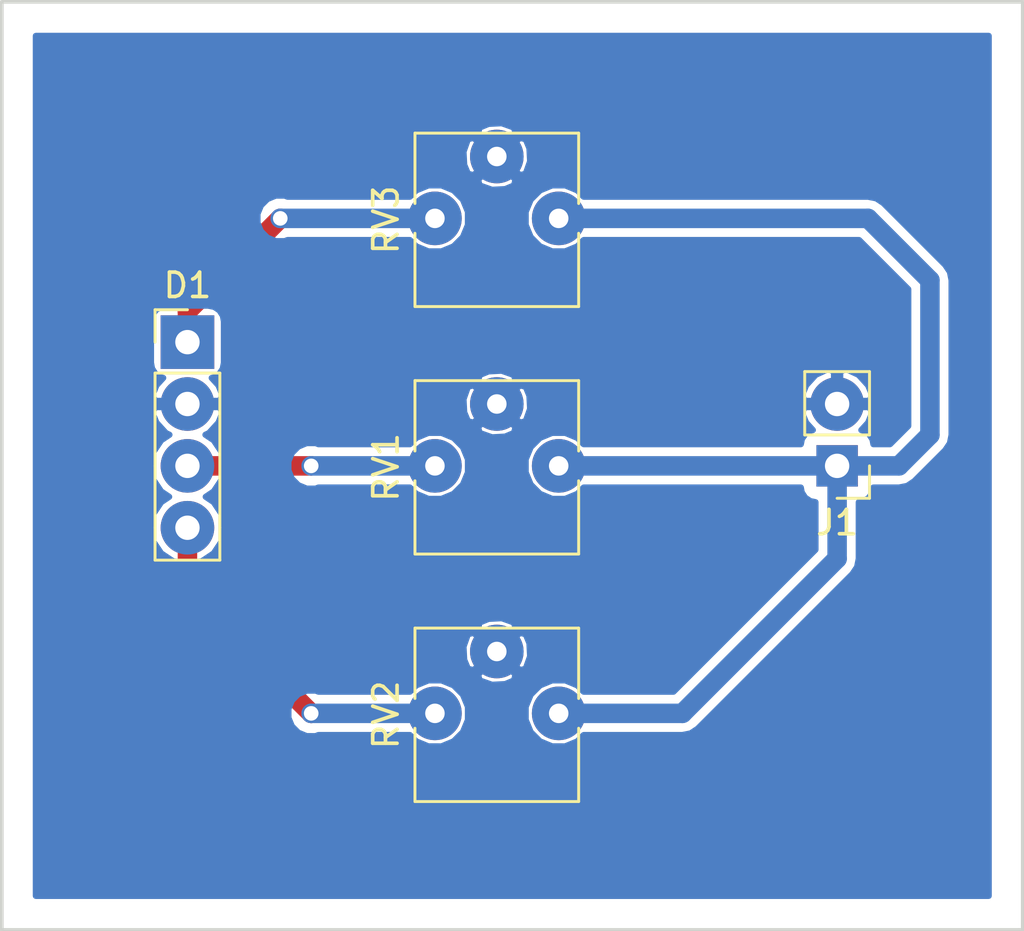
<source format=kicad_pcb>
(kicad_pcb (version 4) (host pcbnew 4.0.7)

  (general
    (links 10)
    (no_connects 0)
    (area 109.144999 82.474999 151.205001 120.725001)
    (thickness 1.6)
    (drawings 4)
    (tracks 20)
    (zones 0)
    (modules 5)
    (nets 6)
  )

  (page A4)
  (layers
    (0 F.Cu signal)
    (31 B.Cu signal)
    (32 B.Adhes user)
    (33 F.Adhes user)
    (34 B.Paste user)
    (35 F.Paste user)
    (36 B.SilkS user)
    (37 F.SilkS user)
    (38 B.Mask user)
    (39 F.Mask user)
    (40 Dwgs.User user)
    (41 Cmts.User user)
    (42 Eco1.User user)
    (43 Eco2.User user)
    (44 Edge.Cuts user)
    (45 Margin user)
    (46 B.CrtYd user)
    (47 F.CrtYd user)
    (48 B.Fab user)
    (49 F.Fab user)
  )

  (setup
    (last_trace_width 0.8)
    (trace_clearance 0.2)
    (zone_clearance 0.508)
    (zone_45_only no)
    (trace_min 0.2)
    (segment_width 0.2)
    (edge_width 0.15)
    (via_size 0.8)
    (via_drill 0.6)
    (via_min_size 0.508)
    (via_min_drill 0.3)
    (user_via 2.032 1.016)
    (uvia_size 0.3)
    (uvia_drill 0.1)
    (uvias_allowed no)
    (uvia_min_size 0.2)
    (uvia_min_drill 0.1)
    (pcb_text_width 0.3)
    (pcb_text_size 1.5 1.5)
    (mod_edge_width 0.15)
    (mod_text_size 1 1)
    (mod_text_width 0.15)
    (pad_size 2.2 2.2)
    (pad_drill 1)
    (pad_to_mask_clearance 0.2)
    (aux_axis_origin 0 0)
    (visible_elements 7FFFFFFF)
    (pcbplotparams
      (layerselection 0x01030_80000001)
      (usegerberextensions false)
      (excludeedgelayer true)
      (linewidth 0.100000)
      (plotframeref false)
      (viasonmask false)
      (mode 1)
      (useauxorigin false)
      (hpglpennumber 1)
      (hpglpenspeed 20)
      (hpglpendiameter 15)
      (hpglpenoverlay 2)
      (psnegative false)
      (psa4output false)
      (plotreference true)
      (plotvalue true)
      (plotinvisibletext false)
      (padsonsilk false)
      (subtractmaskfromsilk false)
      (outputformat 1)
      (mirror false)
      (drillshape 0)
      (scaleselection 1)
      (outputdirectory ./))
  )

  (net 0 "")
  (net 1 "Net-(D1-Pad1)")
  (net 2 Ground)
  (net 3 "Net-(D1-Pad3)")
  (net 4 "Net-(D1-Pad4)")
  (net 5 "Net-(J1-Pad1)")

  (net_class Default "This is the default net class."
    (clearance 0.2)
    (trace_width 0.8)
    (via_dia 0.8)
    (via_drill 0.6)
    (uvia_dia 0.3)
    (uvia_drill 0.1)
    (add_net Ground)
    (add_net "Net-(D1-Pad1)")
    (add_net "Net-(D1-Pad3)")
    (add_net "Net-(D1-Pad4)")
    (add_net "Net-(J1-Pad1)")
  )

  (module Pin_Headers:Pin_Header_Straight_1x04_Pitch2.54mm (layer F.Cu) (tedit 5C5A28B0) (tstamp 5C3DFFA2)
    (at 116.84 96.52)
    (descr "Through hole straight pin header, 1x04, 2.54mm pitch, single row")
    (tags "Through hole pin header THT 1x04 2.54mm single row")
    (path /5C3E01C7)
    (fp_text reference D1 (at 0 -2.33) (layer F.SilkS)
      (effects (font (size 1 1) (thickness 0.15)))
    )
    (fp_text value LED_RABG (at 0 9.95) (layer F.Fab)
      (effects (font (size 1 1) (thickness 0.15)))
    )
    (fp_line (start -0.635 -1.27) (end 1.27 -1.27) (layer F.Fab) (width 0.1))
    (fp_line (start 1.27 -1.27) (end 1.27 8.89) (layer F.Fab) (width 0.1))
    (fp_line (start 1.27 8.89) (end -1.27 8.89) (layer F.Fab) (width 0.1))
    (fp_line (start -1.27 8.89) (end -1.27 -0.635) (layer F.Fab) (width 0.1))
    (fp_line (start -1.27 -0.635) (end -0.635 -1.27) (layer F.Fab) (width 0.1))
    (fp_line (start -1.33 8.95) (end 1.33 8.95) (layer F.SilkS) (width 0.12))
    (fp_line (start -1.33 1.27) (end -1.33 8.95) (layer F.SilkS) (width 0.12))
    (fp_line (start 1.33 1.27) (end 1.33 8.95) (layer F.SilkS) (width 0.12))
    (fp_line (start -1.33 1.27) (end 1.33 1.27) (layer F.SilkS) (width 0.12))
    (fp_line (start -1.33 0) (end -1.33 -1.33) (layer F.SilkS) (width 0.12))
    (fp_line (start -1.33 -1.33) (end 0 -1.33) (layer F.SilkS) (width 0.12))
    (fp_line (start -1.8 -1.8) (end -1.8 9.4) (layer F.CrtYd) (width 0.05))
    (fp_line (start -1.8 9.4) (end 1.8 9.4) (layer F.CrtYd) (width 0.05))
    (fp_line (start 1.8 9.4) (end 1.8 -1.8) (layer F.CrtYd) (width 0.05))
    (fp_line (start 1.8 -1.8) (end -1.8 -1.8) (layer F.CrtYd) (width 0.05))
    (fp_text user %R (at 0 3.81 90) (layer F.Fab)
      (effects (font (size 1 1) (thickness 0.15)))
    )
    (pad 1 thru_hole rect (at 0 0) (size 2.2 2.2) (drill 1) (layers *.Cu *.Mask)
      (net 1 "Net-(D1-Pad1)"))
    (pad 2 thru_hole circle (at 0 2.54) (size 2.2 2.2) (drill 1) (layers *.Cu *.Mask)
      (net 2 Ground))
    (pad 3 thru_hole circle (at 0 5.08) (size 2.2 2.2) (drill 1) (layers *.Cu *.Mask)
      (net 3 "Net-(D1-Pad3)"))
    (pad 4 thru_hole circle (at 0 7.62) (size 2.2 2.2) (drill 1) (layers *.Cu *.Mask)
      (net 4 "Net-(D1-Pad4)"))
    (model ${KISYS3DMOD}/Pin_Headers.3dshapes/Pin_Header_Straight_1x04_Pitch2.54mm.wrl
      (at (xyz 0 0 0))
      (scale (xyz 1 1 1))
      (rotate (xyz 0 0 0))
    )
  )

  (module Pin_Headers:Pin_Header_Straight_1x02_Pitch2.54mm (layer F.Cu) (tedit 5C5A28C8) (tstamp 5C3DFFA8)
    (at 143.51 101.6 180)
    (descr "Through hole straight pin header, 1x02, 2.54mm pitch, single row")
    (tags "Through hole pin header THT 1x02 2.54mm single row")
    (path /5C3DFFCD)
    (fp_text reference J1 (at 0 -2.33 180) (layer F.SilkS)
      (effects (font (size 1 1) (thickness 0.15)))
    )
    (fp_text value Conn_01x02 (at 0 4.87 180) (layer F.Fab)
      (effects (font (size 1 1) (thickness 0.15)))
    )
    (fp_line (start -0.635 -1.27) (end 1.27 -1.27) (layer F.Fab) (width 0.1))
    (fp_line (start 1.27 -1.27) (end 1.27 3.81) (layer F.Fab) (width 0.1))
    (fp_line (start 1.27 3.81) (end -1.27 3.81) (layer F.Fab) (width 0.1))
    (fp_line (start -1.27 3.81) (end -1.27 -0.635) (layer F.Fab) (width 0.1))
    (fp_line (start -1.27 -0.635) (end -0.635 -1.27) (layer F.Fab) (width 0.1))
    (fp_line (start -1.33 3.87) (end 1.33 3.87) (layer F.SilkS) (width 0.12))
    (fp_line (start -1.33 1.27) (end -1.33 3.87) (layer F.SilkS) (width 0.12))
    (fp_line (start 1.33 1.27) (end 1.33 3.87) (layer F.SilkS) (width 0.12))
    (fp_line (start -1.33 1.27) (end 1.33 1.27) (layer F.SilkS) (width 0.12))
    (fp_line (start -1.33 0) (end -1.33 -1.33) (layer F.SilkS) (width 0.12))
    (fp_line (start -1.33 -1.33) (end 0 -1.33) (layer F.SilkS) (width 0.12))
    (fp_line (start -1.8 -1.8) (end -1.8 4.35) (layer F.CrtYd) (width 0.05))
    (fp_line (start -1.8 4.35) (end 1.8 4.35) (layer F.CrtYd) (width 0.05))
    (fp_line (start 1.8 4.35) (end 1.8 -1.8) (layer F.CrtYd) (width 0.05))
    (fp_line (start 1.8 -1.8) (end -1.8 -1.8) (layer F.CrtYd) (width 0.05))
    (fp_text user %R (at 0 1.27 270) (layer F.Fab)
      (effects (font (size 1 1) (thickness 0.15)))
    )
    (pad 1 thru_hole rect (at 0 0 180) (size 1.7 1.7) (drill 1) (layers *.Cu *.Mask)
      (net 5 "Net-(J1-Pad1)"))
    (pad 2 thru_hole circle (at 0 2.54 180) (size 2.2 2.2) (drill 1) (layers *.Cu *.Mask)
      (net 2 Ground))
    (model ${KISYS3DMOD}/Pin_Headers.3dshapes/Pin_Header_Straight_1x02_Pitch2.54mm.wrl
      (at (xyz 0 0 0))
      (scale (xyz 1 1 1))
      (rotate (xyz 0 0 0))
    )
  )

  (module Potentiometers:Potentiometer_Trimmer_Vishay_T73YP_Horizontal (layer F.Cu) (tedit 5C5A286C) (tstamp 5C3DFFAF)
    (at 132.08 101.6 90)
    (descr "Potentiometer, horizontally mounted, Omeg PC16PU, Omeg PC16PU, Omeg PC16PU, Vishay/Spectrol 248GJ/249GJ Single, Vishay/Spectrol 248GJ/249GJ Single, Vishay/Spectrol 248GJ/249GJ Single, Vishay/Spectrol 248GH/249GH Single, Vishay/Spectrol 148/149 Single, Vishay/Spectrol 148/149 Single, Vishay/Spectrol 148/149 Single, Vishay/Spectrol 148A/149A Single with mounting plates, Vishay/Spectrol 148/149 Double, Vishay/Spectrol 148A/149A Double with mounting plates, Piher PC-16 Single, Piher PC-16 Single, Piher PC-16 Single, Piher PC-16SV Single, Piher PC-16 Double, Piher PC-16 Triple, Piher T16H Single, Piher T16L Single, Piher T16H Double, Alps RK163 Single, Alps RK163 Double, Alps RK097 Single, Alps RK097 Double, Bourns PTV09A-2 Single with mounting sleve Single, Bourns PTV09A-1 with mounting sleve Single, Bourns PRS11S Single, Alps RK09K Single with mounting sleve Single, Alps RK09K with mounting sleve Single, Alps RK09L Single, Alps RK09L Single, Alps RK09L Double, Alps RK09L Double, Alps RK09Y Single, Bourns 3339S Single, Bourns 3339S Single, Bourns 3339P Single, Bourns 3339H Single, Vishay T7YA Single, Suntan TSR-3386H Single, Suntan TSR-3386H Single, Suntan TSR-3386P Single, Vishay T73XX Single, Vishay T73XX Single, Vishay T73YP Single, http://www.vishay.com/docs/51016/t73.pdf")
    (tags "Potentiometer horizontal  Omeg PC16PU  Omeg PC16PU  Omeg PC16PU  Vishay/Spectrol 248GJ/249GJ Single  Vishay/Spectrol 248GJ/249GJ Single  Vishay/Spectrol 248GJ/249GJ Single  Vishay/Spectrol 248GH/249GH Single  Vishay/Spectrol 148/149 Single  Vishay/Spectrol 148/149 Single  Vishay/Spectrol 148/149 Single  Vishay/Spectrol 148A/149A Single with mounting plates  Vishay/Spectrol 148/149 Double  Vishay/Spectrol 148A/149A Double with mounting plates  Piher PC-16 Single  Piher PC-16 Single  Piher PC-16 Single  Piher PC-16SV Single  Piher PC-16 Double  Piher PC-16 Triple  Piher T16H Single  Piher T16L Single  Piher T16H Double  Alps RK163 Single  Alps RK163 Double  Alps RK097 Single  Alps RK097 Double  Bourns PTV09A-2 Single with mounting sleve Single  Bourns PTV09A-1 with mounting sleve Single  Bourns PRS11S Single  Alps RK09K Single with mounting sleve Single  Alps RK09K with mounting sleve Single  Alps RK09L Single  Alps RK09L Single  Alps RK09L Double  Alps RK09L Double  Alps RK09Y Single  Bourns 3339S Single  Bourns 3339S Single  Bourns 3339P Single  Bourns 3339H Single  Vishay T7YA Single  Suntan TSR-3386H Single  Suntan TSR-3386H Single  Suntan TSR-3386P Single  Vishay T73XX Single  Vishay T73XX Single  Vishay T73YP Single")
    (path /5C3E0009)
    (fp_text reference RV1 (at -0.06 -7.09 90) (layer F.SilkS)
      (effects (font (size 1 1) (thickness 0.15)))
    )
    (fp_text value POT (at -0.06 2.01 90) (layer F.Fab)
      (effects (font (size 1 1) (thickness 0.15)))
    )
    (fp_circle (center 0.24 -2.54) (end 1.74 -2.54) (layer F.Fab) (width 0.1))
    (fp_circle (center 0.24 -2.54) (end 1.74 -2.54) (layer F.Fab) (width 0.1))
    (fp_line (start -3.56 -5.84) (end -3.56 0.76) (layer F.Fab) (width 0.1))
    (fp_line (start -3.56 0.76) (end 3.44 0.76) (layer F.Fab) (width 0.1))
    (fp_line (start 3.44 0.76) (end 3.44 -5.84) (layer F.Fab) (width 0.1))
    (fp_line (start 3.44 -5.84) (end -3.56 -5.84) (layer F.Fab) (width 0.1))
    (fp_line (start -0.961 -2.616) (end 0.164 -2.616) (layer F.Fab) (width 0.1))
    (fp_line (start 0.164 -2.616) (end 0.164 -3.741) (layer F.Fab) (width 0.1))
    (fp_line (start 0.164 -3.741) (end 0.316 -3.741) (layer F.Fab) (width 0.1))
    (fp_line (start 0.316 -3.741) (end 0.316 -2.616) (layer F.Fab) (width 0.1))
    (fp_line (start 0.316 -2.616) (end 1.441 -2.616) (layer F.Fab) (width 0.1))
    (fp_line (start 1.441 -2.616) (end 1.441 -2.464) (layer F.Fab) (width 0.1))
    (fp_line (start 1.441 -2.464) (end 0.316 -2.464) (layer F.Fab) (width 0.1))
    (fp_line (start 0.316 -2.464) (end 0.316 -1.339) (layer F.Fab) (width 0.1))
    (fp_line (start 0.316 -1.339) (end 0.164 -1.339) (layer F.Fab) (width 0.1))
    (fp_line (start 0.164 -1.339) (end 0.164 -2.464) (layer F.Fab) (width 0.1))
    (fp_line (start 0.164 -2.464) (end -0.961 -2.464) (layer F.Fab) (width 0.1))
    (fp_line (start -0.961 -2.464) (end -0.961 -2.616) (layer F.Fab) (width 0.1))
    (fp_line (start -3.62 -5.9) (end -0.611 -5.9) (layer F.SilkS) (width 0.12))
    (fp_line (start 0.611 -5.9) (end 3.5 -5.9) (layer F.SilkS) (width 0.12))
    (fp_line (start -3.62 0.82) (end -0.611 0.82) (layer F.SilkS) (width 0.12))
    (fp_line (start 0.611 0.82) (end 3.5 0.82) (layer F.SilkS) (width 0.12))
    (fp_line (start -3.62 -5.9) (end -3.62 0.82) (layer F.SilkS) (width 0.12))
    (fp_line (start 3.5 -5.9) (end 3.5 0.82) (layer F.SilkS) (width 0.12))
    (fp_line (start -3.85 -6.1) (end -3.85 1.05) (layer F.CrtYd) (width 0.05))
    (fp_line (start -3.85 1.05) (end 3.7 1.05) (layer F.CrtYd) (width 0.05))
    (fp_line (start 3.7 1.05) (end 3.7 -6.1) (layer F.CrtYd) (width 0.05))
    (fp_line (start 3.7 -6.1) (end -3.85 -6.1) (layer F.CrtYd) (width 0.05))
    (pad 3 thru_hole circle (at 0 -5.08 90) (size 2.2 2.2) (drill 0.8) (layers *.Cu *.Mask)
      (net 3 "Net-(D1-Pad3)"))
    (pad 2 thru_hole circle (at 2.54 -2.54 90) (size 2.2 2.2) (drill 0.8) (layers *.Cu *.Mask)
      (net 2 Ground))
    (pad 1 thru_hole circle (at 0 0 90) (size 2.2 2.2) (drill 0.8) (layers *.Cu *.Mask)
      (net 5 "Net-(J1-Pad1)"))
    (model Potentiometers.3dshapes/Potentiometer_Trimmer_Vishay_T73YP_Horizontal.wrl
      (at (xyz 0 0 0))
      (scale (xyz 0.393701 0.393701 0.393701))
      (rotate (xyz 0 0 0))
    )
  )

  (module Potentiometers:Potentiometer_Trimmer_Vishay_T73YP_Horizontal (layer F.Cu) (tedit 58826B09) (tstamp 5C3DFFB6)
    (at 132.08 111.76 90)
    (descr "Potentiometer, horizontally mounted, Omeg PC16PU, Omeg PC16PU, Omeg PC16PU, Vishay/Spectrol 248GJ/249GJ Single, Vishay/Spectrol 248GJ/249GJ Single, Vishay/Spectrol 248GJ/249GJ Single, Vishay/Spectrol 248GH/249GH Single, Vishay/Spectrol 148/149 Single, Vishay/Spectrol 148/149 Single, Vishay/Spectrol 148/149 Single, Vishay/Spectrol 148A/149A Single with mounting plates, Vishay/Spectrol 148/149 Double, Vishay/Spectrol 148A/149A Double with mounting plates, Piher PC-16 Single, Piher PC-16 Single, Piher PC-16 Single, Piher PC-16SV Single, Piher PC-16 Double, Piher PC-16 Triple, Piher T16H Single, Piher T16L Single, Piher T16H Double, Alps RK163 Single, Alps RK163 Double, Alps RK097 Single, Alps RK097 Double, Bourns PTV09A-2 Single with mounting sleve Single, Bourns PTV09A-1 with mounting sleve Single, Bourns PRS11S Single, Alps RK09K Single with mounting sleve Single, Alps RK09K with mounting sleve Single, Alps RK09L Single, Alps RK09L Single, Alps RK09L Double, Alps RK09L Double, Alps RK09Y Single, Bourns 3339S Single, Bourns 3339S Single, Bourns 3339P Single, Bourns 3339H Single, Vishay T7YA Single, Suntan TSR-3386H Single, Suntan TSR-3386H Single, Suntan TSR-3386P Single, Vishay T73XX Single, Vishay T73XX Single, Vishay T73YP Single, http://www.vishay.com/docs/51016/t73.pdf")
    (tags "Potentiometer horizontal  Omeg PC16PU  Omeg PC16PU  Omeg PC16PU  Vishay/Spectrol 248GJ/249GJ Single  Vishay/Spectrol 248GJ/249GJ Single  Vishay/Spectrol 248GJ/249GJ Single  Vishay/Spectrol 248GH/249GH Single  Vishay/Spectrol 148/149 Single  Vishay/Spectrol 148/149 Single  Vishay/Spectrol 148/149 Single  Vishay/Spectrol 148A/149A Single with mounting plates  Vishay/Spectrol 148/149 Double  Vishay/Spectrol 148A/149A Double with mounting plates  Piher PC-16 Single  Piher PC-16 Single  Piher PC-16 Single  Piher PC-16SV Single  Piher PC-16 Double  Piher PC-16 Triple  Piher T16H Single  Piher T16L Single  Piher T16H Double  Alps RK163 Single  Alps RK163 Double  Alps RK097 Single  Alps RK097 Double  Bourns PTV09A-2 Single with mounting sleve Single  Bourns PTV09A-1 with mounting sleve Single  Bourns PRS11S Single  Alps RK09K Single with mounting sleve Single  Alps RK09K with mounting sleve Single  Alps RK09L Single  Alps RK09L Single  Alps RK09L Double  Alps RK09L Double  Alps RK09Y Single  Bourns 3339S Single  Bourns 3339S Single  Bourns 3339P Single  Bourns 3339H Single  Vishay T7YA Single  Suntan TSR-3386H Single  Suntan TSR-3386H Single  Suntan TSR-3386P Single  Vishay T73XX Single  Vishay T73XX Single  Vishay T73YP Single")
    (path /5C3E003A)
    (fp_text reference RV2 (at -0.06 -7.09 90) (layer F.SilkS)
      (effects (font (size 1 1) (thickness 0.15)))
    )
    (fp_text value POT (at -0.06 2.01 90) (layer F.Fab)
      (effects (font (size 1 1) (thickness 0.15)))
    )
    (fp_circle (center 0.24 -2.54) (end 1.74 -2.54) (layer F.Fab) (width 0.1))
    (fp_circle (center 0.24 -2.54) (end 1.74 -2.54) (layer F.Fab) (width 0.1))
    (fp_line (start -3.56 -5.84) (end -3.56 0.76) (layer F.Fab) (width 0.1))
    (fp_line (start -3.56 0.76) (end 3.44 0.76) (layer F.Fab) (width 0.1))
    (fp_line (start 3.44 0.76) (end 3.44 -5.84) (layer F.Fab) (width 0.1))
    (fp_line (start 3.44 -5.84) (end -3.56 -5.84) (layer F.Fab) (width 0.1))
    (fp_line (start -0.961 -2.616) (end 0.164 -2.616) (layer F.Fab) (width 0.1))
    (fp_line (start 0.164 -2.616) (end 0.164 -3.741) (layer F.Fab) (width 0.1))
    (fp_line (start 0.164 -3.741) (end 0.316 -3.741) (layer F.Fab) (width 0.1))
    (fp_line (start 0.316 -3.741) (end 0.316 -2.616) (layer F.Fab) (width 0.1))
    (fp_line (start 0.316 -2.616) (end 1.441 -2.616) (layer F.Fab) (width 0.1))
    (fp_line (start 1.441 -2.616) (end 1.441 -2.464) (layer F.Fab) (width 0.1))
    (fp_line (start 1.441 -2.464) (end 0.316 -2.464) (layer F.Fab) (width 0.1))
    (fp_line (start 0.316 -2.464) (end 0.316 -1.339) (layer F.Fab) (width 0.1))
    (fp_line (start 0.316 -1.339) (end 0.164 -1.339) (layer F.Fab) (width 0.1))
    (fp_line (start 0.164 -1.339) (end 0.164 -2.464) (layer F.Fab) (width 0.1))
    (fp_line (start 0.164 -2.464) (end -0.961 -2.464) (layer F.Fab) (width 0.1))
    (fp_line (start -0.961 -2.464) (end -0.961 -2.616) (layer F.Fab) (width 0.1))
    (fp_line (start -3.62 -5.9) (end -0.611 -5.9) (layer F.SilkS) (width 0.12))
    (fp_line (start 0.611 -5.9) (end 3.5 -5.9) (layer F.SilkS) (width 0.12))
    (fp_line (start -3.62 0.82) (end -0.611 0.82) (layer F.SilkS) (width 0.12))
    (fp_line (start 0.611 0.82) (end 3.5 0.82) (layer F.SilkS) (width 0.12))
    (fp_line (start -3.62 -5.9) (end -3.62 0.82) (layer F.SilkS) (width 0.12))
    (fp_line (start 3.5 -5.9) (end 3.5 0.82) (layer F.SilkS) (width 0.12))
    (fp_line (start -3.85 -6.1) (end -3.85 1.05) (layer F.CrtYd) (width 0.05))
    (fp_line (start -3.85 1.05) (end 3.7 1.05) (layer F.CrtYd) (width 0.05))
    (fp_line (start 3.7 1.05) (end 3.7 -6.1) (layer F.CrtYd) (width 0.05))
    (fp_line (start 3.7 -6.1) (end -3.85 -6.1) (layer F.CrtYd) (width 0.05))
    (pad 3 thru_hole circle (at 0 -5.08 90) (size 2.2 2.2) (drill 0.8) (layers *.Cu *.Mask)
      (net 4 "Net-(D1-Pad4)"))
    (pad 2 thru_hole circle (at 2.54 -2.54 90) (size 2.2 2.2) (drill 0.8) (layers *.Cu *.Mask)
      (net 2 Ground))
    (pad 1 thru_hole circle (at 0 0 90) (size 2.2 2.2) (drill 0.8) (layers *.Cu *.Mask)
      (net 5 "Net-(J1-Pad1)"))
    (model Potentiometers.3dshapes/Potentiometer_Trimmer_Vishay_T73YP_Horizontal.wrl
      (at (xyz 0 0 0))
      (scale (xyz 0.393701 0.393701 0.393701))
      (rotate (xyz 0 0 0))
    )
  )

  (module Potentiometers:Potentiometer_Trimmer_Vishay_T73YP_Horizontal (layer F.Cu) (tedit 5C5A283F) (tstamp 5C3DFFBD)
    (at 132.08 91.44 90)
    (descr "Potentiometer, horizontally mounted, Omeg PC16PU, Omeg PC16PU, Omeg PC16PU, Vishay/Spectrol 248GJ/249GJ Single, Vishay/Spectrol 248GJ/249GJ Single, Vishay/Spectrol 248GJ/249GJ Single, Vishay/Spectrol 248GH/249GH Single, Vishay/Spectrol 148/149 Single, Vishay/Spectrol 148/149 Single, Vishay/Spectrol 148/149 Single, Vishay/Spectrol 148A/149A Single with mounting plates, Vishay/Spectrol 148/149 Double, Vishay/Spectrol 148A/149A Double with mounting plates, Piher PC-16 Single, Piher PC-16 Single, Piher PC-16 Single, Piher PC-16SV Single, Piher PC-16 Double, Piher PC-16 Triple, Piher T16H Single, Piher T16L Single, Piher T16H Double, Alps RK163 Single, Alps RK163 Double, Alps RK097 Single, Alps RK097 Double, Bourns PTV09A-2 Single with mounting sleve Single, Bourns PTV09A-1 with mounting sleve Single, Bourns PRS11S Single, Alps RK09K Single with mounting sleve Single, Alps RK09K with mounting sleve Single, Alps RK09L Single, Alps RK09L Single, Alps RK09L Double, Alps RK09L Double, Alps RK09Y Single, Bourns 3339S Single, Bourns 3339S Single, Bourns 3339P Single, Bourns 3339H Single, Vishay T7YA Single, Suntan TSR-3386H Single, Suntan TSR-3386H Single, Suntan TSR-3386P Single, Vishay T73XX Single, Vishay T73XX Single, Vishay T73YP Single, http://www.vishay.com/docs/51016/t73.pdf")
    (tags "Potentiometer horizontal  Omeg PC16PU  Omeg PC16PU  Omeg PC16PU  Vishay/Spectrol 248GJ/249GJ Single  Vishay/Spectrol 248GJ/249GJ Single  Vishay/Spectrol 248GJ/249GJ Single  Vishay/Spectrol 248GH/249GH Single  Vishay/Spectrol 148/149 Single  Vishay/Spectrol 148/149 Single  Vishay/Spectrol 148/149 Single  Vishay/Spectrol 148A/149A Single with mounting plates  Vishay/Spectrol 148/149 Double  Vishay/Spectrol 148A/149A Double with mounting plates  Piher PC-16 Single  Piher PC-16 Single  Piher PC-16 Single  Piher PC-16SV Single  Piher PC-16 Double  Piher PC-16 Triple  Piher T16H Single  Piher T16L Single  Piher T16H Double  Alps RK163 Single  Alps RK163 Double  Alps RK097 Single  Alps RK097 Double  Bourns PTV09A-2 Single with mounting sleve Single  Bourns PTV09A-1 with mounting sleve Single  Bourns PRS11S Single  Alps RK09K Single with mounting sleve Single  Alps RK09K with mounting sleve Single  Alps RK09L Single  Alps RK09L Single  Alps RK09L Double  Alps RK09L Double  Alps RK09Y Single  Bourns 3339S Single  Bourns 3339S Single  Bourns 3339P Single  Bourns 3339H Single  Vishay T7YA Single  Suntan TSR-3386H Single  Suntan TSR-3386H Single  Suntan TSR-3386P Single  Vishay T73XX Single  Vishay T73XX Single  Vishay T73YP Single")
    (path /5C3E0059)
    (fp_text reference RV3 (at -0.06 -7.09 90) (layer F.SilkS)
      (effects (font (size 1 1) (thickness 0.15)))
    )
    (fp_text value POT (at -0.06 2.01 90) (layer F.Fab)
      (effects (font (size 1 1) (thickness 0.15)))
    )
    (fp_circle (center 0.24 -2.54) (end 1.74 -2.54) (layer F.Fab) (width 0.1))
    (fp_circle (center 0.24 -2.54) (end 1.74 -2.54) (layer F.Fab) (width 0.1))
    (fp_line (start -3.56 -5.84) (end -3.56 0.76) (layer F.Fab) (width 0.1))
    (fp_line (start -3.56 0.76) (end 3.44 0.76) (layer F.Fab) (width 0.1))
    (fp_line (start 3.44 0.76) (end 3.44 -5.84) (layer F.Fab) (width 0.1))
    (fp_line (start 3.44 -5.84) (end -3.56 -5.84) (layer F.Fab) (width 0.1))
    (fp_line (start -0.961 -2.616) (end 0.164 -2.616) (layer F.Fab) (width 0.1))
    (fp_line (start 0.164 -2.616) (end 0.164 -3.741) (layer F.Fab) (width 0.1))
    (fp_line (start 0.164 -3.741) (end 0.316 -3.741) (layer F.Fab) (width 0.1))
    (fp_line (start 0.316 -3.741) (end 0.316 -2.616) (layer F.Fab) (width 0.1))
    (fp_line (start 0.316 -2.616) (end 1.441 -2.616) (layer F.Fab) (width 0.1))
    (fp_line (start 1.441 -2.616) (end 1.441 -2.464) (layer F.Fab) (width 0.1))
    (fp_line (start 1.441 -2.464) (end 0.316 -2.464) (layer F.Fab) (width 0.1))
    (fp_line (start 0.316 -2.464) (end 0.316 -1.339) (layer F.Fab) (width 0.1))
    (fp_line (start 0.316 -1.339) (end 0.164 -1.339) (layer F.Fab) (width 0.1))
    (fp_line (start 0.164 -1.339) (end 0.164 -2.464) (layer F.Fab) (width 0.1))
    (fp_line (start 0.164 -2.464) (end -0.961 -2.464) (layer F.Fab) (width 0.1))
    (fp_line (start -0.961 -2.464) (end -0.961 -2.616) (layer F.Fab) (width 0.1))
    (fp_line (start -3.62 -5.9) (end -0.611 -5.9) (layer F.SilkS) (width 0.12))
    (fp_line (start 0.611 -5.9) (end 3.5 -5.9) (layer F.SilkS) (width 0.12))
    (fp_line (start -3.62 0.82) (end -0.611 0.82) (layer F.SilkS) (width 0.12))
    (fp_line (start 0.611 0.82) (end 3.5 0.82) (layer F.SilkS) (width 0.12))
    (fp_line (start -3.62 -5.9) (end -3.62 0.82) (layer F.SilkS) (width 0.12))
    (fp_line (start 3.5 -5.9) (end 3.5 0.82) (layer F.SilkS) (width 0.12))
    (fp_line (start -3.85 -6.1) (end -3.85 1.05) (layer F.CrtYd) (width 0.05))
    (fp_line (start -3.85 1.05) (end 3.7 1.05) (layer F.CrtYd) (width 0.05))
    (fp_line (start 3.7 1.05) (end 3.7 -6.1) (layer F.CrtYd) (width 0.05))
    (fp_line (start 3.7 -6.1) (end -3.85 -6.1) (layer F.CrtYd) (width 0.05))
    (pad 3 thru_hole circle (at 0 -5.08 90) (size 2.2 2.2) (drill 0.8) (layers *.Cu *.Mask)
      (net 1 "Net-(D1-Pad1)"))
    (pad 2 thru_hole circle (at 2.54 -2.54 90) (size 2.2 2.2) (drill 0.8) (layers *.Cu *.Mask)
      (net 2 Ground))
    (pad 1 thru_hole circle (at 0 0 90) (size 2.2 2.2) (drill 0.8) (layers *.Cu *.Mask)
      (net 5 "Net-(J1-Pad1)"))
    (model Potentiometers.3dshapes/Potentiometer_Trimmer_Vishay_T73YP_Horizontal.wrl
      (at (xyz 0 0 0))
      (scale (xyz 0.393701 0.393701 0.393701))
      (rotate (xyz 0 0 0))
    )
  )

  (gr_line (start 109.22 120.65) (end 109.22 82.55) (angle 90) (layer Edge.Cuts) (width 0.15))
  (gr_line (start 151.13 120.65) (end 109.22 120.65) (angle 90) (layer Edge.Cuts) (width 0.15))
  (gr_line (start 151.13 82.55) (end 151.13 120.65) (angle 90) (layer Edge.Cuts) (width 0.15))
  (gr_line (start 109.22 82.55) (end 151.13 82.55) (angle 90) (layer Edge.Cuts) (width 0.15))

  (segment (start 127 91.44) (end 120.65 91.44) (width 0.8) (layer B.Cu) (net 1))
  (via (at 120.65 91.44) (size 0.8) (drill 0.6) (layers F.Cu B.Cu) (net 1))
  (segment (start 120.65 91.44) (end 116.84 95.25) (width 0.8) (layer F.Cu) (net 1) (tstamp 5C3F9E7C))
  (segment (start 116.84 95.25) (end 116.84 96.52) (width 0.8) (layer F.Cu) (net 1) (tstamp 5C3F9E7D))
  (segment (start 127 101.6) (end 121.92 101.6) (width 0.8) (layer B.Cu) (net 3))
  (via (at 121.92 101.6) (size 0.8) (drill 0.6) (layers F.Cu B.Cu) (net 3))
  (segment (start 121.92 101.6) (end 116.84 101.6) (width 0.8) (layer F.Cu) (net 3) (tstamp 5C3F9E89))
  (segment (start 127 111.76) (end 121.92 111.76) (width 0.8) (layer B.Cu) (net 4))
  (via (at 121.92 111.76) (size 0.8) (drill 0.6) (layers F.Cu B.Cu) (net 4))
  (segment (start 121.92 111.76) (end 116.84 106.68) (width 0.8) (layer F.Cu) (net 4) (tstamp 5C3F9E98))
  (segment (start 116.84 106.68) (end 116.84 104.14) (width 0.8) (layer F.Cu) (net 4) (tstamp 5C3F9E99))
  (segment (start 143.51 101.6) (end 146.05 101.6) (width 0.8) (layer B.Cu) (net 5))
  (segment (start 146.05 101.6) (end 147.32 100.33) (width 0.8) (layer B.Cu) (net 5) (tstamp 5C3E0C7D))
  (segment (start 147.32 100.33) (end 147.32 93.98) (width 0.8) (layer B.Cu) (net 5) (tstamp 5C3E0C7F))
  (segment (start 147.32 93.98) (end 144.78 91.44) (width 0.8) (layer B.Cu) (net 5) (tstamp 5C3E0C82))
  (segment (start 144.78 91.44) (end 132.08 91.44) (width 0.8) (layer B.Cu) (net 5) (tstamp 5C3E0C85))
  (segment (start 143.51 101.6) (end 132.08 101.6) (width 0.8) (layer B.Cu) (net 5))
  (segment (start 143.51 101.6) (end 143.51 105.41) (width 0.8) (layer B.Cu) (net 5))
  (segment (start 143.51 105.41) (end 137.16 111.76) (width 0.8) (layer B.Cu) (net 5) (tstamp 5C3E0C69))
  (segment (start 137.16 111.76) (end 132.08 111.76) (width 0.8) (layer B.Cu) (net 5) (tstamp 5C3E0C6D))

  (zone (net 2) (net_name Ground) (layer B.Cu) (tstamp 5C3E001F) (hatch edge 0.508)
    (connect_pads (clearance 0.508))
    (min_thickness 0.254)
    (fill yes (arc_segments 16) (thermal_gap 0.508) (thermal_bridge_width 0.508))
    (polygon
      (pts
        (xy 149.86 119.38) (xy 110.49 119.38) (xy 110.49 83.82) (xy 149.86 83.82)
      )
    )
    (filled_polygon
      (pts
        (xy 149.733 119.253) (xy 110.617 119.253) (xy 110.617 111.945167) (xy 120.984838 111.945167) (xy 121.126883 112.288943)
        (xy 121.389673 112.552192) (xy 121.733201 112.694838) (xy 122.105167 112.695162) (xy 122.216888 112.649) (xy 125.972861 112.649)
        (xy 126.231452 112.908043) (xy 126.729291 113.114764) (xy 127.268344 113.115235) (xy 127.766543 112.909383) (xy 128.148043 112.528548)
        (xy 128.354764 112.030709) (xy 128.355235 111.491656) (xy 128.149383 110.993457) (xy 127.768548 110.611957) (xy 127.270709 110.405236)
        (xy 126.731656 110.404765) (xy 126.233457 110.610617) (xy 125.972619 110.871) (xy 122.217189 110.871) (xy 122.106799 110.825162)
        (xy 121.734833 110.824838) (xy 121.391057 110.966883) (xy 121.127808 111.229673) (xy 120.985162 111.573201) (xy 120.984838 111.945167)
        (xy 110.617 111.945167) (xy 110.617 110.169774) (xy 128.769831 110.169774) (xy 128.834131 110.407611) (xy 129.342342 110.587333)
        (xy 129.880644 110.558892) (xy 130.245869 110.407611) (xy 130.310169 110.169774) (xy 129.54 109.399605) (xy 128.769831 110.169774)
        (xy 110.617 110.169774) (xy 110.617 109.022342) (xy 128.172667 109.022342) (xy 128.201108 109.560644) (xy 128.352389 109.925869)
        (xy 128.590226 109.990169) (xy 129.360395 109.22) (xy 129.719605 109.22) (xy 130.489774 109.990169) (xy 130.727611 109.925869)
        (xy 130.907333 109.417658) (xy 130.878892 108.879356) (xy 130.727611 108.514131) (xy 130.489774 108.449831) (xy 129.719605 109.22)
        (xy 129.360395 109.22) (xy 128.590226 108.449831) (xy 128.352389 108.514131) (xy 128.172667 109.022342) (xy 110.617 109.022342)
        (xy 110.617 108.270226) (xy 128.769831 108.270226) (xy 129.54 109.040395) (xy 130.310169 108.270226) (xy 130.245869 108.032389)
        (xy 129.737658 107.852667) (xy 129.199356 107.881108) (xy 128.834131 108.032389) (xy 128.769831 108.270226) (xy 110.617 108.270226)
        (xy 110.617 101.6) (xy 115.325907 101.6) (xy 115.438946 102.168285) (xy 115.760853 102.650054) (xy 116.090026 102.87)
        (xy 115.760853 103.089946) (xy 115.438946 103.571715) (xy 115.325907 104.14) (xy 115.438946 104.708285) (xy 115.760853 105.190054)
        (xy 116.242622 105.511961) (xy 116.810907 105.625) (xy 116.869093 105.625) (xy 117.437378 105.511961) (xy 117.919147 105.190054)
        (xy 118.241054 104.708285) (xy 118.354093 104.14) (xy 118.241054 103.571715) (xy 117.919147 103.089946) (xy 117.589974 102.87)
        (xy 117.919147 102.650054) (xy 118.241054 102.168285) (xy 118.31726 101.785167) (xy 120.984838 101.785167) (xy 121.126883 102.128943)
        (xy 121.389673 102.392192) (xy 121.733201 102.534838) (xy 122.105167 102.535162) (xy 122.216888 102.489) (xy 125.972861 102.489)
        (xy 126.231452 102.748043) (xy 126.729291 102.954764) (xy 127.268344 102.955235) (xy 127.766543 102.749383) (xy 128.148043 102.368548)
        (xy 128.354764 101.870709) (xy 128.355235 101.331656) (xy 128.149383 100.833457) (xy 127.768548 100.451957) (xy 127.270709 100.245236)
        (xy 126.731656 100.244765) (xy 126.233457 100.450617) (xy 125.972619 100.711) (xy 122.217189 100.711) (xy 122.106799 100.665162)
        (xy 121.734833 100.664838) (xy 121.391057 100.806883) (xy 121.127808 101.069673) (xy 120.985162 101.413201) (xy 120.984838 101.785167)
        (xy 118.31726 101.785167) (xy 118.354093 101.6) (xy 118.241054 101.031715) (xy 117.919147 100.549946) (xy 117.578447 100.322298)
        (xy 117.721358 100.255183) (xy 117.945007 100.009774) (xy 128.769831 100.009774) (xy 128.834131 100.247611) (xy 129.342342 100.427333)
        (xy 129.880644 100.398892) (xy 130.245869 100.247611) (xy 130.310169 100.009774) (xy 129.54 99.239605) (xy 128.769831 100.009774)
        (xy 117.945007 100.009774) (xy 118.111645 99.826924) (xy 118.281476 99.41689) (xy 118.160155 99.187) (xy 116.967 99.187)
        (xy 116.967 99.207) (xy 116.713 99.207) (xy 116.713 99.187) (xy 115.519845 99.187) (xy 115.398524 99.41689)
        (xy 115.568355 99.826924) (xy 115.958642 100.255183) (xy 116.101553 100.322298) (xy 115.760853 100.549946) (xy 115.438946 101.031715)
        (xy 115.325907 101.6) (xy 110.617 101.6) (xy 110.617 95.67) (xy 115.34256 95.67) (xy 115.34256 97.37)
        (xy 115.386838 97.605317) (xy 115.52591 97.821441) (xy 115.73811 97.966431) (xy 115.846107 97.988301) (xy 115.568355 98.293076)
        (xy 115.398524 98.70311) (xy 115.519845 98.933) (xy 116.713 98.933) (xy 116.713 98.913) (xy 116.967 98.913)
        (xy 116.967 98.933) (xy 118.160155 98.933) (xy 118.197443 98.862342) (xy 128.172667 98.862342) (xy 128.201108 99.400644)
        (xy 128.352389 99.765869) (xy 128.590226 99.830169) (xy 129.360395 99.06) (xy 129.719605 99.06) (xy 130.489774 99.830169)
        (xy 130.727611 99.765869) (xy 130.907333 99.257658) (xy 130.878892 98.719356) (xy 130.872163 98.70311) (xy 142.068524 98.70311)
        (xy 142.189845 98.933) (xy 143.383 98.933) (xy 143.383 97.739181) (xy 143.637 97.739181) (xy 143.637 98.933)
        (xy 144.830155 98.933) (xy 144.951476 98.70311) (xy 144.781645 98.293076) (xy 144.391358 97.864817) (xy 143.866892 97.618514)
        (xy 143.637 97.739181) (xy 143.383 97.739181) (xy 143.153108 97.618514) (xy 142.628642 97.864817) (xy 142.238355 98.293076)
        (xy 142.068524 98.70311) (xy 130.872163 98.70311) (xy 130.727611 98.354131) (xy 130.489774 98.289831) (xy 129.719605 99.06)
        (xy 129.360395 99.06) (xy 128.590226 98.289831) (xy 128.352389 98.354131) (xy 128.172667 98.862342) (xy 118.197443 98.862342)
        (xy 118.281476 98.70311) (xy 118.111645 98.293076) (xy 117.945008 98.110226) (xy 128.769831 98.110226) (xy 129.54 98.880395)
        (xy 130.310169 98.110226) (xy 130.245869 97.872389) (xy 129.737658 97.692667) (xy 129.199356 97.721108) (xy 128.834131 97.872389)
        (xy 128.769831 98.110226) (xy 117.945008 98.110226) (xy 117.835499 97.990063) (xy 117.925317 97.973162) (xy 118.141441 97.83409)
        (xy 118.286431 97.62189) (xy 118.33744 97.37) (xy 118.33744 95.67) (xy 118.293162 95.434683) (xy 118.15409 95.218559)
        (xy 117.94189 95.073569) (xy 117.69 95.02256) (xy 115.99 95.02256) (xy 115.754683 95.066838) (xy 115.538559 95.20591)
        (xy 115.393569 95.41811) (xy 115.34256 95.67) (xy 110.617 95.67) (xy 110.617 91.625167) (xy 119.714838 91.625167)
        (xy 119.856883 91.968943) (xy 120.119673 92.232192) (xy 120.463201 92.374838) (xy 120.835167 92.375162) (xy 120.946888 92.329)
        (xy 125.972861 92.329) (xy 126.231452 92.588043) (xy 126.729291 92.794764) (xy 127.268344 92.795235) (xy 127.766543 92.589383)
        (xy 128.148043 92.208548) (xy 128.354764 91.710709) (xy 128.354766 91.708344) (xy 130.724765 91.708344) (xy 130.930617 92.206543)
        (xy 131.311452 92.588043) (xy 131.809291 92.794764) (xy 132.348344 92.795235) (xy 132.846543 92.589383) (xy 133.107381 92.329)
        (xy 144.411764 92.329) (xy 146.431 94.348236) (xy 146.431 99.961764) (xy 145.681764 100.711) (xy 145.000102 100.711)
        (xy 144.963162 100.514683) (xy 144.82409 100.298559) (xy 144.61189 100.153569) (xy 144.503893 100.131699) (xy 144.781645 99.826924)
        (xy 144.951476 99.41689) (xy 144.830155 99.187) (xy 143.637 99.187) (xy 143.637 99.207) (xy 143.383 99.207)
        (xy 143.383 99.187) (xy 142.189845 99.187) (xy 142.068524 99.41689) (xy 142.238355 99.826924) (xy 142.514501 100.129937)
        (xy 142.424683 100.146838) (xy 142.208559 100.28591) (xy 142.063569 100.49811) (xy 142.020458 100.711) (xy 133.107139 100.711)
        (xy 132.848548 100.451957) (xy 132.350709 100.245236) (xy 131.811656 100.244765) (xy 131.313457 100.450617) (xy 130.931957 100.831452)
        (xy 130.725236 101.329291) (xy 130.724765 101.868344) (xy 130.930617 102.366543) (xy 131.311452 102.748043) (xy 131.809291 102.954764)
        (xy 132.348344 102.955235) (xy 132.846543 102.749383) (xy 133.107381 102.489) (xy 142.019898 102.489) (xy 142.056838 102.685317)
        (xy 142.19591 102.901441) (xy 142.40811 103.046431) (xy 142.621 103.089542) (xy 142.621 105.041764) (xy 136.791764 110.871)
        (xy 133.107139 110.871) (xy 132.848548 110.611957) (xy 132.350709 110.405236) (xy 131.811656 110.404765) (xy 131.313457 110.610617)
        (xy 130.931957 110.991452) (xy 130.725236 111.489291) (xy 130.724765 112.028344) (xy 130.930617 112.526543) (xy 131.311452 112.908043)
        (xy 131.809291 113.114764) (xy 132.348344 113.115235) (xy 132.846543 112.909383) (xy 133.107381 112.649) (xy 137.16 112.649)
        (xy 137.500206 112.581329) (xy 137.788618 112.388618) (xy 144.138618 106.038618) (xy 144.331329 105.750206) (xy 144.399 105.41)
        (xy 144.399 103.090102) (xy 144.595317 103.053162) (xy 144.811441 102.91409) (xy 144.956431 102.70189) (xy 144.999542 102.489)
        (xy 146.05 102.489) (xy 146.390206 102.421329) (xy 146.678618 102.228618) (xy 147.948618 100.958618) (xy 148.032248 100.833457)
        (xy 148.141329 100.670206) (xy 148.209 100.33) (xy 148.209 93.98) (xy 148.141329 93.639794) (xy 147.948618 93.351382)
        (xy 145.408618 90.811382) (xy 145.120206 90.618671) (xy 144.78 90.551) (xy 133.107139 90.551) (xy 132.848548 90.291957)
        (xy 132.350709 90.085236) (xy 131.811656 90.084765) (xy 131.313457 90.290617) (xy 130.931957 90.671452) (xy 130.725236 91.169291)
        (xy 130.724765 91.708344) (xy 128.354766 91.708344) (xy 128.355235 91.171656) (xy 128.149383 90.673457) (xy 127.768548 90.291957)
        (xy 127.270709 90.085236) (xy 126.731656 90.084765) (xy 126.233457 90.290617) (xy 125.972619 90.551) (xy 120.947189 90.551)
        (xy 120.836799 90.505162) (xy 120.464833 90.504838) (xy 120.121057 90.646883) (xy 119.857808 90.909673) (xy 119.715162 91.253201)
        (xy 119.714838 91.625167) (xy 110.617 91.625167) (xy 110.617 89.849774) (xy 128.769831 89.849774) (xy 128.834131 90.087611)
        (xy 129.342342 90.267333) (xy 129.880644 90.238892) (xy 130.245869 90.087611) (xy 130.310169 89.849774) (xy 129.54 89.079605)
        (xy 128.769831 89.849774) (xy 110.617 89.849774) (xy 110.617 88.702342) (xy 128.172667 88.702342) (xy 128.201108 89.240644)
        (xy 128.352389 89.605869) (xy 128.590226 89.670169) (xy 129.360395 88.9) (xy 129.719605 88.9) (xy 130.489774 89.670169)
        (xy 130.727611 89.605869) (xy 130.907333 89.097658) (xy 130.878892 88.559356) (xy 130.727611 88.194131) (xy 130.489774 88.129831)
        (xy 129.719605 88.9) (xy 129.360395 88.9) (xy 128.590226 88.129831) (xy 128.352389 88.194131) (xy 128.172667 88.702342)
        (xy 110.617 88.702342) (xy 110.617 87.950226) (xy 128.769831 87.950226) (xy 129.54 88.720395) (xy 130.310169 87.950226)
        (xy 130.245869 87.712389) (xy 129.737658 87.532667) (xy 129.199356 87.561108) (xy 128.834131 87.712389) (xy 128.769831 87.950226)
        (xy 110.617 87.950226) (xy 110.617 83.947) (xy 149.733 83.947)
      )
    )
  )
)

</source>
